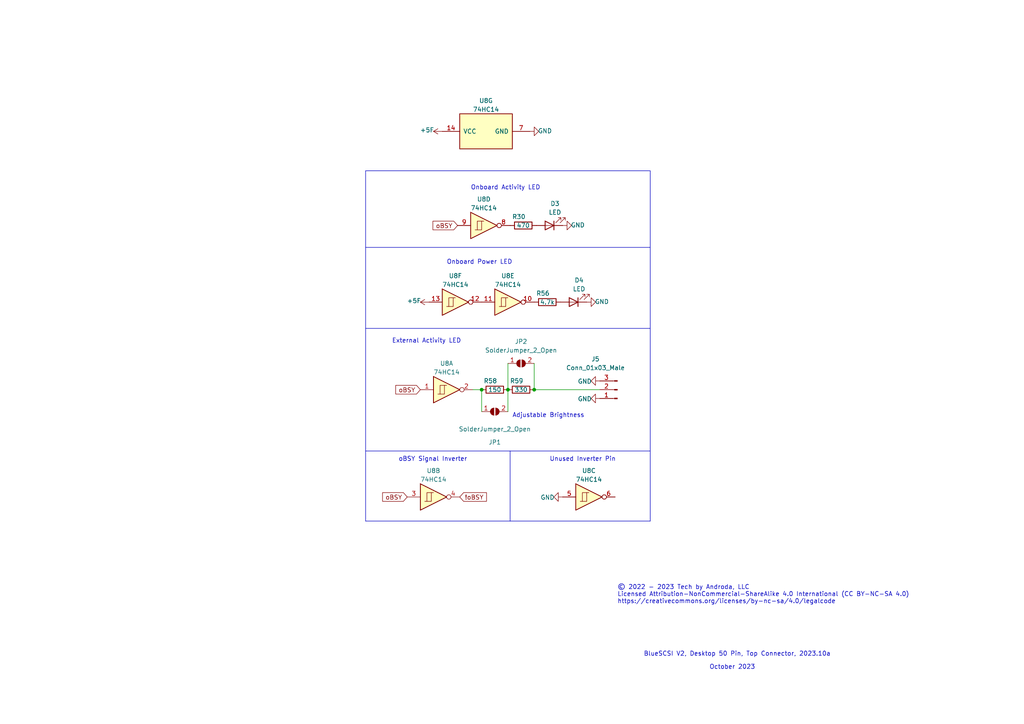
<source format=kicad_sch>
(kicad_sch (version 20230121) (generator eeschema)
  (paper "A4")
  (lib_symbols
    (symbol "74xx:74HC14" (pin_names (offset 1.016))
      (property "Reference" "U" (at 0 1.27 0))
      (property "Value" "74HC14" (at 0 -1.27 0))
      (symbol "74HC14_1_0"
        (polyline (pts (xy -3.81 3.81) (xy -3.81 -3.81) (xy 3.81 0) (xy -3.81 3.81)) (stroke (width 0.254)) (fill (type background)))
        (pin input line (at -7.62 0 0) (length 3.81) (name "~") (number "1"))
        (pin output inverted (at 7.62 0 180) (length 3.81) (name "~") (number "2"))
      )
      (symbol "74HC14_1_1"
        (polyline (pts (xy -1.905 -1.27) (xy -1.905 1.27) (xy -0.635 1.27)))
        (polyline (pts (xy -2.54 -1.27) (xy -0.635 -1.27) (xy -0.635 1.27) (xy 0 1.27)))
      )
      (symbol "74HC14_2_0"
        (polyline (pts (xy -3.81 3.81) (xy -3.81 -3.81) (xy 3.81 0) (xy -3.81 3.81)) (stroke (width 0.254)) (fill (type background)))
        (pin input line (at -7.62 0 0) (length 3.81) (name "~") (number "3"))
        (pin output inverted (at 7.62 0 180) (length 3.81) (name "~") (number "4"))
      )
      (symbol "74HC14_2_1"
        (polyline (pts (xy -1.905 -1.27) (xy -1.905 1.27) (xy -0.635 1.27)))
        (polyline (pts (xy -2.54 -1.27) (xy -0.635 -1.27) (xy -0.635 1.27) (xy 0 1.27)))
      )
      (symbol "74HC14_3_0"
        (polyline (pts (xy -3.81 3.81) (xy -3.81 -3.81) (xy 3.81 0) (xy -3.81 3.81)) (stroke (width 0.254)) (fill (type background)))
        (pin input line (at -7.62 0 0) (length 3.81) (name "~") (number "5"))
        (pin output inverted (at 7.62 0 180) (length 3.81) (name "~") (number "6"))
      )
      (symbol "74HC14_3_1"
        (polyline (pts (xy -1.905 -1.27) (xy -1.905 1.27) (xy -0.635 1.27)))
        (polyline (pts (xy -2.54 -1.27) (xy -0.635 -1.27) (xy -0.635 1.27) (xy 0 1.27)))
      )
      (symbol "74HC14_4_0"
        (polyline (pts (xy -3.81 3.81) (xy -3.81 -3.81) (xy 3.81 0) (xy -3.81 3.81)) (stroke (width 0.254)) (fill (type background)))
        (pin output inverted (at 7.62 0 180) (length 3.81) (name "~") (number "8"))
        (pin input line (at -7.62 0 0) (length 3.81) (name "~") (number "9"))
      )
      (symbol "74HC14_4_1"
        (polyline (pts (xy -1.905 -1.27) (xy -1.905 1.27) (xy -0.635 1.27)))
        (polyline (pts (xy -2.54 -1.27) (xy -0.635 -1.27) (xy -0.635 1.27) (xy 0 1.27)))
      )
      (symbol "74HC14_5_0"
        (polyline (pts (xy -3.81 3.81) (xy -3.81 -3.81) (xy 3.81 0) (xy -3.81 3.81)) (stroke (width 0.254)) (fill (type background)))
        (pin output inverted (at 7.62 0 180) (length 3.81) (name "~") (number "10"))
        (pin input line (at -7.62 0 0) (length 3.81) (name "~") (number "11"))
      )
      (symbol "74HC14_5_1"
        (polyline (pts (xy -1.905 -1.27) (xy -1.905 1.27) (xy -0.635 1.27)))
        (polyline (pts (xy -2.54 -1.27) (xy -0.635 -1.27) (xy -0.635 1.27) (xy 0 1.27)))
      )
      (symbol "74HC14_6_0"
        (polyline (pts (xy -3.81 3.81) (xy -3.81 -3.81) (xy 3.81 0) (xy -3.81 3.81)) (stroke (width 0.254)) (fill (type background)))
        (pin output inverted (at 7.62 0 180) (length 3.81) (name "~") (number "12"))
        (pin input line (at -7.62 0 0) (length 3.81) (name "~") (number "13"))
      )
      (symbol "74HC14_6_1"
        (polyline (pts (xy -1.905 -1.27) (xy -1.905 1.27) (xy -0.635 1.27)))
        (polyline (pts (xy -2.54 -1.27) (xy -0.635 -1.27) (xy -0.635 1.27) (xy 0 1.27)))
      )
      (symbol "74HC14_7_0"
        (pin power_in line (at 0 12.7 270) (length 5.08) (name "VCC") (number "14"))
        (pin power_in line (at 0 -12.7 90) (length 5.08) (name "GND") (number "7"))
      )
      (symbol "74HC14_7_1"
        (rectangle (start -5.08 7.62) (end 5.08 -7.62) (stroke (width 0.254)) (fill (type background)))
      )
    )
    (symbol "Connector:Conn_01x03_Male" (pin_names (offset 1.016) hide)
      (property "Reference" "J" (at 0 5.08 0))
      (property "Value" "Conn_01x03_Male" (at 0 -5.08 0))
      (symbol "Conn_01x03_Male_1_1"
        (polyline (pts (xy 1.27 -2.54) (xy 0.8636 -2.54)) (stroke (width 0.1524)))
        (polyline (pts (xy 1.27 0) (xy 0.8636 0)) (stroke (width 0.1524)))
        (polyline (pts (xy 1.27 2.54) (xy 0.8636 2.54)) (stroke (width 0.1524)))
        (rectangle (start 0.8636 -2.413) (end 0 -2.667) (stroke (width 0.1524)) (fill (type outline)))
        (rectangle (start 0.8636 0.127) (end 0 -0.127) (stroke (width 0.1524)) (fill (type outline)))
        (rectangle (start 0.8636 2.667) (end 0 2.413) (stroke (width 0.1524)) (fill (type outline)))
        (pin passive line (at 5.08 2.54 180) (length 3.81) (name "Pin_1") (number "1"))
        (pin passive line (at 5.08 0 180) (length 3.81) (name "Pin_2") (number "2"))
        (pin passive line (at 5.08 -2.54 180) (length 3.81) (name "Pin_3") (number "3"))
      )
    )
    (symbol "Device:LED" (pin_numbers hide) (pin_names (offset 1.016) hide)
      (property "Reference" "D" (at 0 2.54 0))
      (property "Value" "LED" (at 0 -2.54 0))
      (symbol "LED_0_1"
        (polyline (pts (xy -1.27 -1.27) (xy -1.27 1.27)) (stroke (width 0.254)))
        (polyline (pts (xy -1.27 0) (xy 1.27 0)))
        (polyline (pts (xy 1.27 -1.27) (xy 1.27 1.27) (xy -1.27 0) (xy 1.27 -1.27)) (stroke (width 0.254)))
        (polyline (pts (xy -3.048 -0.762) (xy -4.572 -2.286) (xy -3.81 -2.286) (xy -4.572 -2.286) (xy -4.572 -1.524)))
        (polyline (pts (xy -1.778 -0.762) (xy -3.302 -2.286) (xy -2.54 -2.286) (xy -3.302 -2.286) (xy -3.302 -1.524)))
      )
      (symbol "LED_1_1"
        (pin passive line (at -3.81 0 0) (length 2.54) (name "K") (number "1"))
        (pin passive line (at 3.81 0 180) (length 2.54) (name "A") (number "2"))
      )
    )
    (symbol "Device:R" (pin_numbers hide) (pin_names (offset 0))
      (property "Reference" "R" (at 2.032 0 90))
      (property "Value" "R" (at 0 0 90))
      (symbol "R_0_1"
        (rectangle (start -1.016 -2.54) (end 1.016 2.54) (stroke (width 0.254)))
      )
      (symbol "R_1_1"
        (pin passive line (at 0 3.81 270) (length 1.27) (name "~") (number "1"))
        (pin passive line (at 0 -3.81 90) (length 1.27) (name "~") (number "2"))
      )
    )
    (symbol "Jumper:SolderJumper_2_Open" (pin_names (offset 0) hide)
      (property "Reference" "JP" (at 0 2.032 0))
      (property "Value" "SolderJumper_2_Open" (at 0 -2.54 0))
      (symbol "SolderJumper_2_Open_0_1"
        (arc (start -0.254 1.016) (mid -1.2656 0) (end -0.254 -1.016))
        (arc (start -0.254 1.016) (mid -1.2656 0) (end -0.254 -1.016) (fill (type outline)))
        (polyline (pts (xy -0.254 1.016) (xy -0.254 -1.016)))
        (polyline (pts (xy 0.254 1.016) (xy 0.254 -1.016)))
        (arc (start 0.254 -1.016) (mid 1.2656 0) (end 0.254 1.016))
        (arc (start 0.254 -1.016) (mid 1.2656 0) (end 0.254 1.016) (fill (type outline)))
      )
      (symbol "SolderJumper_2_Open_1_1"
        (pin passive line (at -3.81 0 0) (length 2.54) (name "A") (number "1"))
        (pin passive line (at 3.81 0 180) (length 2.54) (name "B") (number "2"))
      )
    )
    (symbol "power:+5F" (power) (pin_names (offset 0))
      (property "Value" "+5F" (at 0 3.556 0))
      (symbol "+5F_0_1"
        (polyline (pts (xy -0.762 1.27) (xy 0 2.54)))
        (polyline (pts (xy 0 0) (xy 0 2.54)))
        (polyline (pts (xy 0 2.54) (xy 0.762 1.27)))
      )
      (symbol "+5F_1_1"
        (pin power_in line (at 0 0 90) (length 0) hide (name "+5F") (number "1"))
      )
    )
    (symbol "power:GND" (power) (pin_names (offset 0))
      (property "Value" "GND" (at 0 -3.81 0))
      (symbol "GND_0_1"
        (polyline (pts (xy 0 0) (xy 0 -1.27) (xy 1.27 -1.27) (xy 0 -2.54) (xy -1.27 -1.27) (xy 0 -1.27)))
      )
      (symbol "GND_1_1"
        (pin power_in line (at 0 0 270) (length 0) hide (name "GND") (number "1"))
      )
    )
  )
  (junction (at 147.32 113.03))
  (junction (at 154.94 113.03))
  (junction (at 139.7 113.03))
  (polyline (pts (xy 188.595 95.25) (xy 106.045 95.25)))
  (polyline (pts (xy 188.595 130.81) (xy 188.595 95.25)))
  (wire (pts (xy 154.94 113.03) (xy 173.99 113.03)))
  (wire (pts (xy 147.32 105.41) (xy 147.32 113.03)))
  (polyline (pts (xy 188.595 49.53) (xy 188.595 71.755)))
  (wire (pts (xy 137.16 113.03) (xy 139.7 113.03)))
  (polyline (pts (xy 106.045 49.53) (xy 106.045 151.13)))
  (polyline (pts (xy 188.595 95.25) (xy 188.595 71.755)))
  (polyline (pts (xy 106.045 49.53) (xy 188.595 49.53)))
  (polyline (pts (xy 106.045 130.81) (xy 188.595 130.81)))
  (wire (pts (xy 154.94 105.41) (xy 154.94 113.03)))
  (wire (pts (xy 147.32 113.03) (xy 147.32 119.38)))
  (polyline (pts (xy 188.595 151.13) (xy 188.595 130.81)))
  (polyline (pts (xy 147.955 130.81) (xy 147.955 151.13)))
  (wire (pts (xy 139.7 113.03) (xy 139.7 119.38)))
  (polyline (pts (xy 106.045 151.13) (xy 188.595 151.13)))
  (polyline (pts (xy 188.595 71.755) (xy 106.045 71.755)))
  (text "Onboard Power LED" (at 129.54 76.835 0) (effects (font (size 1.27 1.27)) (justify left bottom)))
  (text "Unused Inverter Pin" (at 159.385 133.985 0) (effects (font (size 1.27 1.27)) (justify left bottom)))
  (text "oBSY Signal Inverter" (at 115.57 133.985 0) (effects (font (size 1.27 1.27)) (justify left bottom)))
  (text "© 2022 - 2023 Tech by Androda, LLC\nLicensed Attribution-NonCommercial-ShareAlike 4.0 International (CC BY-NC-SA 4.0)\nhttps://creativecommons.org/licenses/by-nc-sa/4.0/legalcode" (at 179.07 175.26 0) (effects (font (size 1.27 1.27)) (justify left bottom)))
  (text "BlueSCSI V2, Desktop 50 Pin, Top Connector, 2023.10a" (at 186.69 190.5 0) (effects (font (size 1.27 1.27)) (justify left bottom)))
  (text "Onboard Activity LED" (at 136.525 55.245 0) (effects (font (size 1.27 1.27)) (justify left bottom)))
  (text "Adjustable Brightness" (at 148.59 121.285 0) (effects (font (size 1.27 1.27)) (justify left bottom)))
  (text "External Activity LED" (at 113.665 99.695 0) (effects (font (size 1.27 1.27)) (justify left bottom)))
  (text "October 2023" (at 205.74 194.31 0) (effects (font (size 1.27 1.27)) (justify left bottom)))
  (global_label "oBSY" (shape input) (at 132.715 65.405 180) (property "Intersheetrefs" "${INTERSHEET_REFS}" (effects hide)))
  (global_label "!oBSY" (shape input) (at 133.35 144.145 0) (property "Intersheetrefs" "${INTERSHEET_REFS}" (effects hide)))
  (global_label "oBSY" (shape input) (at 118.11 144.145 180) (property "Intersheetrefs" "${INTERSHEET_REFS}" (effects hide)))
  (global_label "oBSY" (shape input) (at 121.92 113.03 180) (property "Intersheetrefs" "${INTERSHEET_REFS}" (effects hide)))
  (symbol (lib_id "Device:R") (at 151.13 113.03 90) (unit 1)
    (property "Reference" "R59" (at 149.86 110.49 90))
    (property "Value" "330" (at 151.13 113.03 90))
    (property "Footprint" "Resistor_SMD:R_0603_1608Metric_Pad0.98x0.95mm_HandSolder" (effects hide))
  )
  (symbol (lib_id "power:GND") (at 153.67 38.1 90) (unit 1)
    (property "Reference" "#PWR041" (effects hide))
    (property "Value" "GND" (at 158.0642 37.973 90))
  )
  (symbol (lib_id "Device:R") (at 143.51 113.03 90) (unit 1)
    (property "Reference" "R58" (at 142.24 110.49 90))
    (property "Value" "150" (at 143.51 113.03 90))
    (property "Footprint" "Resistor_SMD:R_0603_1608Metric_Pad0.98x0.95mm_HandSolder" (effects hide))
  )
  (symbol (lib_id "74xx:74HC14") (at 140.335 65.405 0) (unit 4)
    (property "Reference" "U8" (at 140.335 57.785 0))
    (property "Value" "74HC14" (at 140.335 60.325 0))
    (property "Datasheet" "http://www.ti.com/lit/gpn/sn74HC14" (effects hide))
  )
  (symbol (lib_id "74xx:74HC14") (at 170.815 144.145 0) (unit 3)
    (property "Reference" "U8" (at 170.815 136.525 0))
    (property "Value" "74HC14" (at 170.815 139.065 0))
    (property "Datasheet" "http://www.ti.com/lit/gpn/sn74HC14" (effects hide))
  )
  (symbol (lib_id "Jumper:SolderJumper_2_Open") (at 143.51 119.38 0) (unit 1)
    (property "Reference" "JP1" (at 143.51 128.27 0))
    (property "Value" "SolderJumper_2_Open" (at 143.51 124.46 0))
    (property "Footprint" "Jumper:SolderJumper-2_P1.3mm_Open_RoundedPad1.0x1.5mm" (effects hide))
  )
  (symbol (lib_id "Jumper:SolderJumper_2_Open") (at 151.13 105.41 0) (unit 1)
    (property "Reference" "JP2" (at 151.13 99.06 0))
    (property "Value" "SolderJumper_2_Open" (at 151.13 101.6 0))
    (property "Footprint" "Jumper:SolderJumper-2_P1.3mm_Open_RoundedPad1.0x1.5mm" (effects hide))
  )
  (symbol (lib_id "power:GND") (at 173.99 115.57 270) (unit 1)
    (property "Reference" "#PWR069" (effects hide))
    (property "Value" "GND" (at 169.5958 115.697 90))
  )
  (symbol (lib_id "74xx:74HC14") (at 132.08 87.63 0) (unit 6)
    (property "Reference" "U8" (at 132.08 80.01 0))
    (property "Value" "74HC14" (at 132.08 82.55 0))
    (property "Datasheet" "http://www.ti.com/lit/gpn/sn74HC14" (effects hide))
  )
  (symbol (lib_id "Device:R") (at 158.75 87.63 90) (unit 1)
    (property "Reference" "R56" (at 157.48 85.09 90))
    (property "Value" "4.7k" (at 158.75 87.63 90))
    (property "Footprint" "Resistor_SMD:R_0603_1608Metric_Pad0.98x0.95mm_HandSolder" (effects hide))
  )
  (symbol (lib_id "power:+5F") (at 128.27 38.1 90) (unit 1)
    (property "Reference" "#PWR038" (effects hide))
    (property "Value" "+5F" (at 123.8758 37.719 90))
  )
  (symbol (lib_id "power:GND") (at 170.18 87.63 90) (unit 1)
    (property "Reference" "#PWR035" (effects hide))
    (property "Value" "GND" (at 174.5742 87.503 90))
  )
  (symbol (lib_id "74xx:74HC14") (at 129.54 113.03 0) (unit 1)
    (property "Reference" "U8" (at 129.54 105.41 0))
    (property "Value" "74HC14" (at 129.54 107.95 0))
    (property "Datasheet" "http://www.ti.com/lit/gpn/sn74HC14" (effects hide))
  )
  (symbol (lib_id "74xx:74HC14") (at 140.97 38.1 90) (unit 7)
    (property "Reference" "U8" (at 140.97 29.21 90))
    (property "Value" "74HC14" (at 140.97 31.75 90))
    (property "Footprint" "Package_SO:SO-14_3.9x8.65mm_P1.27mm" (effects hide))
    (property "Datasheet" "http://www.ti.com/lit/gpn/sn74HC14" (effects hide))
    (property "JLC Part #" "C5605" (effects hide))
  )
  (symbol (lib_id "Device:LED") (at 159.385 65.405 180) (unit 1)
    (property "Reference" "D3" (at 160.9725 59.055 0))
    (property "Value" "LED" (at 160.9725 61.595 0))
    (property "Footprint" "LED_SMD:LED_0603_1608Metric_Pad1.05x0.95mm_HandSolder" (effects hide))
    (property "JLCPCB Part Number" "C72041" (effects hide))
  )
  (symbol (lib_id "power:GND") (at 163.195 144.145 270) (unit 1)
    (property "Reference" "#PWR059" (effects hide))
    (property "Value" "GND" (at 158.8008 144.272 90))
  )
  (symbol (lib_id "74xx:74HC14") (at 125.73 144.145 0) (unit 2)
    (property "Reference" "U8" (at 125.73 136.525 0))
    (property "Value" "74HC14" (at 125.73 139.065 0))
    (property "Datasheet" "http://www.ti.com/lit/gpn/sn74HC14" (effects hide))
  )
  (symbol (lib_id "Device:LED") (at 166.37 87.63 180) (unit 1)
    (property "Reference" "D4" (at 167.9575 81.28 0))
    (property "Value" "LED" (at 167.9575 83.82 0))
    (property "Footprint" "LED_SMD:LED_0603_1608Metric_Pad1.05x0.95mm_HandSolder" (effects hide))
    (property "JLCPCB Part #" "C2290" (effects hide))
  )
  (symbol (lib_id "Device:R") (at 151.765 65.405 90) (unit 1)
    (property "Reference" "R30" (at 150.495 62.865 90))
    (property "Value" "470" (at 151.765 65.405 90))
    (property "Footprint" "Resistor_SMD:R_0402_1005Metric_Pad0.72x0.64mm_HandSolder" (effects hide))
  )
  (symbol (lib_id "Connector:Conn_01x03_Male") (at 179.07 113.03 180) (unit 1)
    (property "Reference" "J5" (at 172.72 104.14 0))
    (property "Value" "Conn_01x03_Male" (at 172.72 106.68 0))
    (property "Footprint" "Connector_PinHeader_2.54mm:PinHeader_1x03_P2.54mm_Vertical" (effects hide))
  )
  (symbol (lib_id "power:+5F") (at 124.46 87.63 90) (unit 1)
    (property "Reference" "#PWR014" (effects hide))
    (property "Value" "+5F" (at 120.0658 87.249 90))
  )
  (symbol (lib_id "power:GND") (at 163.195 65.405 90) (unit 1)
    (property "Reference" "#PWR017" (effects hide))
    (property "Value" "GND" (at 167.5892 65.278 90))
  )
  (symbol (lib_id "74xx:74HC14") (at 147.32 87.63 0) (unit 5)
    (property "Reference" "U8" (at 147.32 80.01 0))
    (property "Value" "74HC14" (at 147.32 82.55 0))
    (property "Datasheet" "http://www.ti.com/lit/gpn/sn74HC14" (effects hide))
  )
  (symbol (lib_id "power:GND") (at 173.99 110.49 270) (unit 1)
    (property "Reference" "#PWR068" (effects hide))
    (property "Value" "GND" (at 169.5958 110.617 90))
  )
)
</source>
